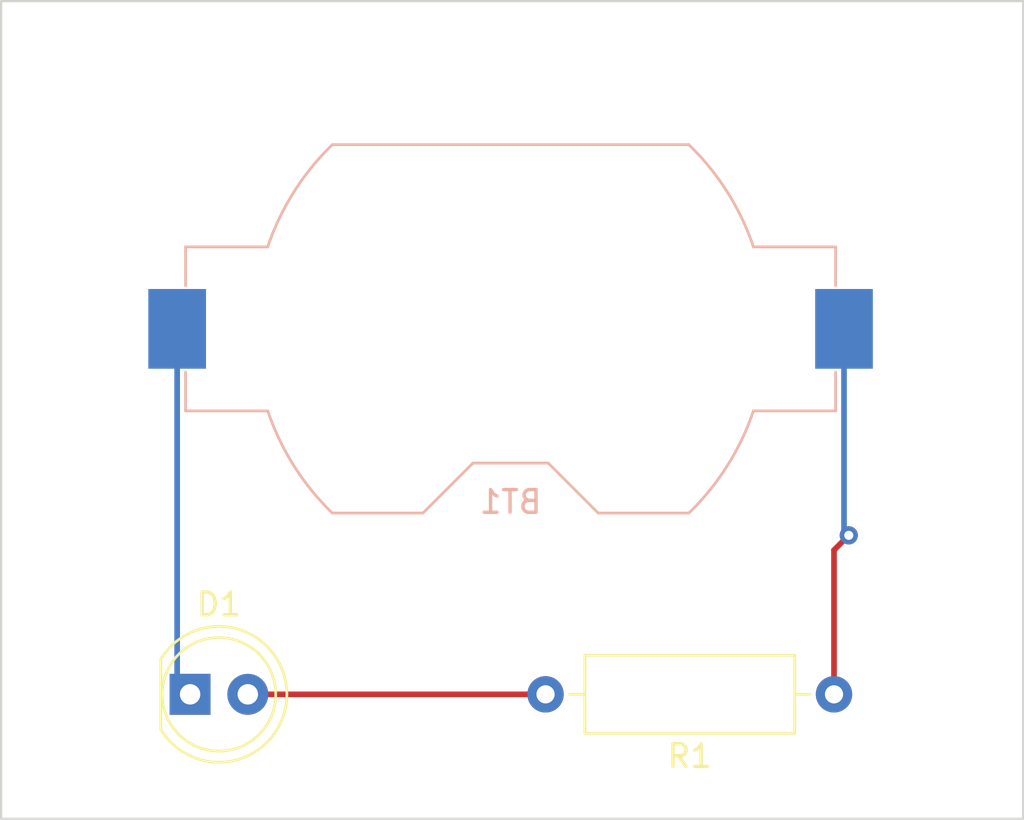
<source format=kicad_pcb>
(kicad_pcb (version 20221018) (generator pcbnew)
  (title_block (title "Getting Started") (date "2023-06-11") (rev "0"))
  (layers (0 "F.Cu" signal) (31 "B.Cu" signal) (34 "B.Paste" user) (35 "F.Paste" user) (36 "B.SilkS" user "B.Silkscreen") (37 "F.SilkS" user "F.Silkscreen") (38 "B.Mask" user) (39 "F.Mask" user) (44 "Edge.Cuts" user))
  (net 0 "")
  (net 1 "VCC")
  (net 2 "GND")
  (net 3 "Net-(D1-A)")
  (footprint "LED_THT:LED_D5.0mm" (layer "F.Cu") (at 133 110)
    (fp_text reference "D1" (at 1.27 -3.96) (layer "F.SilkS"))
    (fp_text value "red")
    (fp_line (start -1.29 -1.545) (end -1.29 1.545) (stroke (width 0.12)) (layer "F.SilkS"))
    (fp_arc (start -1.29 -1.54483) (mid 2.072002 -2.880433) (end 4.26 0.000462) (stroke (width 0.12)) (layer "F.SilkS"))
    (fp_arc (start 4.26 -0.000462) (mid 2.072002 2.880433) (end -1.29 1.54483) (stroke (width 0.12)) (layer "F.SilkS"))
    (fp_circle (center 1.27 0) (end 3.77 0) (stroke (width 0.12)) (fill none) (layer "F.SilkS"))
    (pad "1" thru_hole rect (at 0 0) (size 1.8 1.8) (drill 0.9) (layers "*.Cu" "*.Mask") (net 2 "GND"))
    (pad "2" thru_hole circle (at 2.54 0) (size 1.8 1.8) (drill 0.9) (layers "*.Cu" "*.Mask") (net 3 "Net-(D1-A)"))
  )
  (footprint "Resistor_THT:R_Axial_DIN0309_L9.0mm_D3.2mm_P12.70mm_Horizontal" (layer "F.Cu") (at 161.35 110 180)
    (fp_text reference "R1" (at 6.35 -2.72) (layer "F.SilkS"))
    (fp_text value "1K")
    (fp_line (start 1.04 0) (end 1.73 0) (stroke (width 0.12)) (layer "F.SilkS"))
    (fp_line (start 1.73 -1.72) (end 1.73 1.72) (stroke (width 0.12)) (layer "F.SilkS"))
    (fp_line (start 1.73 1.72) (end 10.97 1.72) (stroke (width 0.12)) (layer "F.SilkS"))
    (fp_line (start 10.97 -1.72) (end 1.73 -1.72) (stroke (width 0.12)) (layer "F.SilkS"))
    (fp_line (start 10.97 1.72) (end 10.97 -1.72) (stroke (width 0.12)) (layer "F.SilkS"))
    (fp_line (start 11.66 0) (end 10.97 0) (stroke (width 0.12)) (layer "F.SilkS"))
    (pad "1" thru_hole circle (at 0 0 180) (size 1.6 1.6) (drill 0.8) (layers "*.Cu" "*.Mask") (net 1 "VCC"))
    (pad "2" thru_hole oval (at 12.7 0 180) (size 1.6 1.6) (drill 0.8) (layers "*.Cu" "*.Mask") (net 3 "Net-(D1-A)"))
  )
  (footprint "Battery:BatteryHolder_Keystone_1058_1x2032" (layer "B.Cu") (at 147.11 93.90897 180)
    (fp_text reference "BT1" (at 0 -7.62) (layer "B.SilkS") (effects (justify mirror)))
    (fp_text value "3V")
    (fp_line (start -14.31 -1.9) (end -14.31 -3.61) (stroke (width 0.12)) (layer "B.SilkS"))
    (fp_line (start -14.31 1.9) (end -14.31 3.61) (stroke (width 0.12)) (layer "B.SilkS"))
    (fp_line (start -14.31 3.61) (end -10.692 3.61) (stroke (width 0.12)) (layer "B.SilkS"))
    (fp_line (start -10.692 -3.61) (end -14.31 -3.61) (stroke (width 0.12)) (layer "B.SilkS"))
    (fp_line (start -7.8473 8.11) (end 7.8473 8.11) (stroke (width 0.12)) (layer "B.SilkS"))
    (fp_line (start -3.86 -8.11) (end -7.8473 -8.11) (stroke (width 0.12)) (layer "B.SilkS"))
    (fp_line (start -1.66 -5.91) (end -3.86 -8.11) (stroke (width 0.12)) (layer "B.SilkS"))
    (fp_line (start 1.66 -5.91) (end -1.66 -5.91) (stroke (width 0.12)) (layer "B.SilkS"))
    (fp_line (start 1.66 -5.91) (end 3.86 -8.11) (stroke (width 0.12)) (layer "B.SilkS"))
    (fp_line (start 7.8473 -8.11) (end 3.86 -8.11) (stroke (width 0.12)) (layer "B.SilkS"))
    (fp_line (start 10.692 3.61) (end 14.31 3.61) (stroke (width 0.12)) (layer "B.SilkS"))
    (fp_line (start 14.31 -3.61) (end 10.692 -3.61) (stroke (width 0.12)) (layer "B.SilkS"))
    (fp_line (start 14.31 -1.9) (end 14.31 -3.61) (stroke (width 0.12)) (layer "B.SilkS"))
    (fp_line (start 14.31 1.9) (end 14.31 3.61) (stroke (width 0.12)) (layer "B.SilkS"))
    (fp_arc (start -10.692 -3.61) (mid -9.538085 -6.031245) (end -7.845371 -8.111789) (stroke (width 0.12)) (layer "B.SilkS"))
    (fp_arc (start -7.845371 8.111789) (mid -9.538084 6.031244) (end -10.692 3.61) (stroke (width 0.12)) (layer "B.SilkS"))
    (fp_arc (start 7.845371 -8.111789) (mid 9.538084 -6.031244) (end 10.692 -3.61) (stroke (width 0.12)) (layer "B.SilkS"))
    (fp_arc (start 10.692 3.61) (mid 9.538084 6.031244) (end 7.845371 8.111789) (stroke (width 0.12)) (layer "B.SilkS"))
    (pad "1" smd rect (at -14.68 0 180) (size 2.54 3.51) (layers "B.Cu" "B.Paste" "B.Mask") (net 1 "VCC"))
    (pad "2" smd rect (at 14.68 0 180) (size 2.54 3.51) (layers "B.Cu" "B.Paste" "B.Mask") (net 2 "GND"))
  )
  (gr_rect (start 124.68 79.48) (end 169.68 115.48) (stroke (width 0.1)) (fill none) (layer "Edge.Cuts"))
  (segment (start 162 103) (end 161.35 103.65) (width 0.25) (layer "F.Cu") (net 1))
  (segment (start 161.35 103.65) (end 161.35 110) (width 0.25) (layer "F.Cu") (net 1))
  (via (at 162 103) (size 0.8) (drill 0.4) (layers "F.Cu" "B.Cu") (net 1))
  (segment (start 161.79 93.90897) (end 161.79 102.79) (width 0.25) (layer "B.Cu") (net 1))
  (segment (start 161.79 102.79) (end 162 103) (width 0.25) (layer "B.Cu") (net 1))
  (segment (start 132.43 93.90897) (end 132.43 109.43) (width 0.25) (layer "B.Cu") (net 2))
  (segment (start 132.43 109.43) (end 133 110) (width 0.25) (layer "B.Cu") (net 2))
  (segment (start 135.54 110) (end 148.65 110) (width 0.25) (layer "F.Cu") (net 3))
)
</source>
